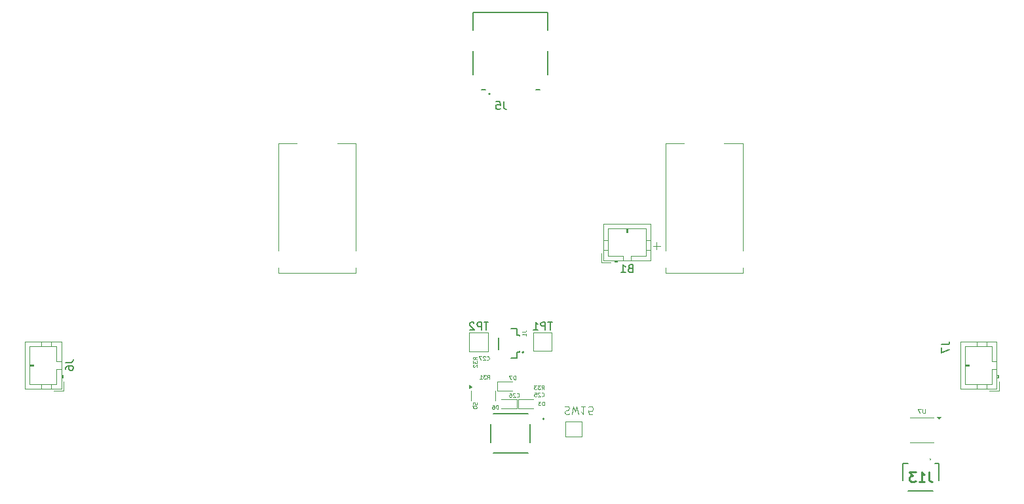
<source format=gbr>
%TF.GenerationSoftware,KiCad,Pcbnew,8.0.2*%
%TF.CreationDate,2024-07-05T17:46:32-07:00*%
%TF.ProjectId,UGC_Main,5547435f-4d61-4696-9e2e-6b696361645f,rev?*%
%TF.SameCoordinates,Original*%
%TF.FileFunction,Legend,Bot*%
%TF.FilePolarity,Positive*%
%FSLAX46Y46*%
G04 Gerber Fmt 4.6, Leading zero omitted, Abs format (unit mm)*
G04 Created by KiCad (PCBNEW 8.0.2) date 2024-07-05 17:46:32*
%MOMM*%
%LPD*%
G01*
G04 APERTURE LIST*
%ADD10C,0.120000*%
%ADD11C,0.150000*%
%ADD12C,0.125000*%
%ADD13C,0.100000*%
%ADD14C,0.254000*%
%ADD15C,0.127000*%
%ADD16C,0.200000*%
G04 APERTURE END LIST*
D10*
X237850033Y-111226193D02*
X236897653Y-111226193D01*
X237373843Y-111702383D02*
X237373843Y-110750002D01*
D11*
X274206619Y-123974266D02*
X274920904Y-123974266D01*
X274920904Y-123974266D02*
X275063761Y-123926647D01*
X275063761Y-123926647D02*
X275159000Y-123831409D01*
X275159000Y-123831409D02*
X275206619Y-123688552D01*
X275206619Y-123688552D02*
X275206619Y-123593314D01*
X274206619Y-124355219D02*
X274206619Y-125021885D01*
X274206619Y-125021885D02*
X275206619Y-124593314D01*
X160977819Y-126301666D02*
X161692104Y-126301666D01*
X161692104Y-126301666D02*
X161834961Y-126254047D01*
X161834961Y-126254047D02*
X161930200Y-126158809D01*
X161930200Y-126158809D02*
X161977819Y-126015952D01*
X161977819Y-126015952D02*
X161977819Y-125920714D01*
X160977819Y-127206428D02*
X160977819Y-127015952D01*
X160977819Y-127015952D02*
X161025438Y-126920714D01*
X161025438Y-126920714D02*
X161073057Y-126873095D01*
X161073057Y-126873095D02*
X161215914Y-126777857D01*
X161215914Y-126777857D02*
X161406390Y-126730238D01*
X161406390Y-126730238D02*
X161787342Y-126730238D01*
X161787342Y-126730238D02*
X161882580Y-126777857D01*
X161882580Y-126777857D02*
X161930200Y-126825476D01*
X161930200Y-126825476D02*
X161977819Y-126920714D01*
X161977819Y-126920714D02*
X161977819Y-127111190D01*
X161977819Y-127111190D02*
X161930200Y-127206428D01*
X161930200Y-127206428D02*
X161882580Y-127254047D01*
X161882580Y-127254047D02*
X161787342Y-127301666D01*
X161787342Y-127301666D02*
X161549247Y-127301666D01*
X161549247Y-127301666D02*
X161454009Y-127254047D01*
X161454009Y-127254047D02*
X161406390Y-127206428D01*
X161406390Y-127206428D02*
X161358771Y-127111190D01*
X161358771Y-127111190D02*
X161358771Y-126920714D01*
X161358771Y-126920714D02*
X161406390Y-126825476D01*
X161406390Y-126825476D02*
X161454009Y-126777857D01*
X161454009Y-126777857D02*
X161549247Y-126730238D01*
D12*
X219264228Y-130719990D02*
X219288037Y-130743800D01*
X219288037Y-130743800D02*
X219359466Y-130767609D01*
X219359466Y-130767609D02*
X219407085Y-130767609D01*
X219407085Y-130767609D02*
X219478513Y-130743800D01*
X219478513Y-130743800D02*
X219526132Y-130696180D01*
X219526132Y-130696180D02*
X219549942Y-130648561D01*
X219549942Y-130648561D02*
X219573751Y-130553323D01*
X219573751Y-130553323D02*
X219573751Y-130481895D01*
X219573751Y-130481895D02*
X219549942Y-130386657D01*
X219549942Y-130386657D02*
X219526132Y-130339038D01*
X219526132Y-130339038D02*
X219478513Y-130291419D01*
X219478513Y-130291419D02*
X219407085Y-130267609D01*
X219407085Y-130267609D02*
X219359466Y-130267609D01*
X219359466Y-130267609D02*
X219288037Y-130291419D01*
X219288037Y-130291419D02*
X219264228Y-130315228D01*
X219073751Y-130315228D02*
X219049942Y-130291419D01*
X219049942Y-130291419D02*
X219002323Y-130267609D01*
X219002323Y-130267609D02*
X218883275Y-130267609D01*
X218883275Y-130267609D02*
X218835656Y-130291419D01*
X218835656Y-130291419D02*
X218811847Y-130315228D01*
X218811847Y-130315228D02*
X218788037Y-130362847D01*
X218788037Y-130362847D02*
X218788037Y-130410466D01*
X218788037Y-130410466D02*
X218811847Y-130481895D01*
X218811847Y-130481895D02*
X219097561Y-130767609D01*
X219097561Y-130767609D02*
X218788037Y-130767609D01*
X218359466Y-130267609D02*
X218454704Y-130267609D01*
X218454704Y-130267609D02*
X218502323Y-130291419D01*
X218502323Y-130291419D02*
X218526133Y-130315228D01*
X218526133Y-130315228D02*
X218573752Y-130386657D01*
X218573752Y-130386657D02*
X218597561Y-130481895D01*
X218597561Y-130481895D02*
X218597561Y-130672371D01*
X218597561Y-130672371D02*
X218573752Y-130719990D01*
X218573752Y-130719990D02*
X218549942Y-130743800D01*
X218549942Y-130743800D02*
X218502323Y-130767609D01*
X218502323Y-130767609D02*
X218407085Y-130767609D01*
X218407085Y-130767609D02*
X218359466Y-130743800D01*
X218359466Y-130743800D02*
X218335657Y-130719990D01*
X218335657Y-130719990D02*
X218311847Y-130672371D01*
X218311847Y-130672371D02*
X218311847Y-130553323D01*
X218311847Y-130553323D02*
X218335657Y-130505704D01*
X218335657Y-130505704D02*
X218359466Y-130481895D01*
X218359466Y-130481895D02*
X218407085Y-130458085D01*
X218407085Y-130458085D02*
X218502323Y-130458085D01*
X218502323Y-130458085D02*
X218549942Y-130481895D01*
X218549942Y-130481895D02*
X218573752Y-130505704D01*
X218573752Y-130505704D02*
X218597561Y-130553323D01*
X222495228Y-129764809D02*
X222661894Y-129526714D01*
X222780942Y-129764809D02*
X222780942Y-129264809D01*
X222780942Y-129264809D02*
X222590466Y-129264809D01*
X222590466Y-129264809D02*
X222542847Y-129288619D01*
X222542847Y-129288619D02*
X222519037Y-129312428D01*
X222519037Y-129312428D02*
X222495228Y-129360047D01*
X222495228Y-129360047D02*
X222495228Y-129431476D01*
X222495228Y-129431476D02*
X222519037Y-129479095D01*
X222519037Y-129479095D02*
X222542847Y-129502904D01*
X222542847Y-129502904D02*
X222590466Y-129526714D01*
X222590466Y-129526714D02*
X222780942Y-129526714D01*
X222328561Y-129264809D02*
X222019037Y-129264809D01*
X222019037Y-129264809D02*
X222185704Y-129455285D01*
X222185704Y-129455285D02*
X222114275Y-129455285D01*
X222114275Y-129455285D02*
X222066656Y-129479095D01*
X222066656Y-129479095D02*
X222042847Y-129502904D01*
X222042847Y-129502904D02*
X222019037Y-129550523D01*
X222019037Y-129550523D02*
X222019037Y-129669571D01*
X222019037Y-129669571D02*
X222042847Y-129717190D01*
X222042847Y-129717190D02*
X222066656Y-129741000D01*
X222066656Y-129741000D02*
X222114275Y-129764809D01*
X222114275Y-129764809D02*
X222257132Y-129764809D01*
X222257132Y-129764809D02*
X222304751Y-129741000D01*
X222304751Y-129741000D02*
X222328561Y-129717190D01*
X221852371Y-129264809D02*
X221542847Y-129264809D01*
X221542847Y-129264809D02*
X221709514Y-129455285D01*
X221709514Y-129455285D02*
X221638085Y-129455285D01*
X221638085Y-129455285D02*
X221590466Y-129479095D01*
X221590466Y-129479095D02*
X221566657Y-129502904D01*
X221566657Y-129502904D02*
X221542847Y-129550523D01*
X221542847Y-129550523D02*
X221542847Y-129669571D01*
X221542847Y-129669571D02*
X221566657Y-129717190D01*
X221566657Y-129717190D02*
X221590466Y-129741000D01*
X221590466Y-129741000D02*
X221638085Y-129764809D01*
X221638085Y-129764809D02*
X221780942Y-129764809D01*
X221780942Y-129764809D02*
X221828561Y-129741000D01*
X221828561Y-129741000D02*
X221852371Y-129717190D01*
X215398428Y-125955690D02*
X215422237Y-125979500D01*
X215422237Y-125979500D02*
X215493666Y-126003309D01*
X215493666Y-126003309D02*
X215541285Y-126003309D01*
X215541285Y-126003309D02*
X215612713Y-125979500D01*
X215612713Y-125979500D02*
X215660332Y-125931880D01*
X215660332Y-125931880D02*
X215684142Y-125884261D01*
X215684142Y-125884261D02*
X215707951Y-125789023D01*
X215707951Y-125789023D02*
X215707951Y-125717595D01*
X215707951Y-125717595D02*
X215684142Y-125622357D01*
X215684142Y-125622357D02*
X215660332Y-125574738D01*
X215660332Y-125574738D02*
X215612713Y-125527119D01*
X215612713Y-125527119D02*
X215541285Y-125503309D01*
X215541285Y-125503309D02*
X215493666Y-125503309D01*
X215493666Y-125503309D02*
X215422237Y-125527119D01*
X215422237Y-125527119D02*
X215398428Y-125550928D01*
X215207951Y-125550928D02*
X215184142Y-125527119D01*
X215184142Y-125527119D02*
X215136523Y-125503309D01*
X215136523Y-125503309D02*
X215017475Y-125503309D01*
X215017475Y-125503309D02*
X214969856Y-125527119D01*
X214969856Y-125527119D02*
X214946047Y-125550928D01*
X214946047Y-125550928D02*
X214922237Y-125598547D01*
X214922237Y-125598547D02*
X214922237Y-125646166D01*
X214922237Y-125646166D02*
X214946047Y-125717595D01*
X214946047Y-125717595D02*
X215231761Y-126003309D01*
X215231761Y-126003309D02*
X214922237Y-126003309D01*
X214755571Y-125503309D02*
X214422238Y-125503309D01*
X214422238Y-125503309D02*
X214636523Y-126003309D01*
D11*
X223867504Y-121078619D02*
X223296076Y-121078619D01*
X223581790Y-122078619D02*
X223581790Y-121078619D01*
X222962742Y-122078619D02*
X222962742Y-121078619D01*
X222962742Y-121078619D02*
X222581790Y-121078619D01*
X222581790Y-121078619D02*
X222486552Y-121126238D01*
X222486552Y-121126238D02*
X222438933Y-121173857D01*
X222438933Y-121173857D02*
X222391314Y-121269095D01*
X222391314Y-121269095D02*
X222391314Y-121411952D01*
X222391314Y-121411952D02*
X222438933Y-121507190D01*
X222438933Y-121507190D02*
X222486552Y-121554809D01*
X222486552Y-121554809D02*
X222581790Y-121602428D01*
X222581790Y-121602428D02*
X222962742Y-121602428D01*
X221438933Y-122078619D02*
X222010361Y-122078619D01*
X221724647Y-122078619D02*
X221724647Y-121078619D01*
X221724647Y-121078619D02*
X221819885Y-121221476D01*
X221819885Y-121221476D02*
X221915123Y-121316714D01*
X221915123Y-121316714D02*
X222010361Y-121364333D01*
D13*
X225480076Y-132035200D02*
X225622933Y-131987580D01*
X225622933Y-131987580D02*
X225861028Y-131987580D01*
X225861028Y-131987580D02*
X225956266Y-132035200D01*
X225956266Y-132035200D02*
X226003885Y-132082819D01*
X226003885Y-132082819D02*
X226051504Y-132178057D01*
X226051504Y-132178057D02*
X226051504Y-132273295D01*
X226051504Y-132273295D02*
X226003885Y-132368533D01*
X226003885Y-132368533D02*
X225956266Y-132416152D01*
X225956266Y-132416152D02*
X225861028Y-132463771D01*
X225861028Y-132463771D02*
X225670552Y-132511390D01*
X225670552Y-132511390D02*
X225575314Y-132559009D01*
X225575314Y-132559009D02*
X225527695Y-132606628D01*
X225527695Y-132606628D02*
X225480076Y-132701866D01*
X225480076Y-132701866D02*
X225480076Y-132797104D01*
X225480076Y-132797104D02*
X225527695Y-132892342D01*
X225527695Y-132892342D02*
X225575314Y-132939961D01*
X225575314Y-132939961D02*
X225670552Y-132987580D01*
X225670552Y-132987580D02*
X225908647Y-132987580D01*
X225908647Y-132987580D02*
X226051504Y-132939961D01*
X226384838Y-132987580D02*
X226622933Y-131987580D01*
X226622933Y-131987580D02*
X226813409Y-132701866D01*
X226813409Y-132701866D02*
X227003885Y-131987580D01*
X227003885Y-131987580D02*
X227241981Y-132987580D01*
X228146742Y-131987580D02*
X227575314Y-131987580D01*
X227861028Y-131987580D02*
X227861028Y-132987580D01*
X227861028Y-132987580D02*
X227765790Y-132844723D01*
X227765790Y-132844723D02*
X227670552Y-132749485D01*
X227670552Y-132749485D02*
X227575314Y-132701866D01*
X229051504Y-132987580D02*
X228575314Y-132987580D01*
X228575314Y-132987580D02*
X228527695Y-132511390D01*
X228527695Y-132511390D02*
X228575314Y-132559009D01*
X228575314Y-132559009D02*
X228670552Y-132606628D01*
X228670552Y-132606628D02*
X228908647Y-132606628D01*
X228908647Y-132606628D02*
X229003885Y-132559009D01*
X229003885Y-132559009D02*
X229051504Y-132511390D01*
X229051504Y-132511390D02*
X229099123Y-132416152D01*
X229099123Y-132416152D02*
X229099123Y-132178057D01*
X229099123Y-132178057D02*
X229051504Y-132082819D01*
X229051504Y-132082819D02*
X229003885Y-132035200D01*
X229003885Y-132035200D02*
X228908647Y-131987580D01*
X228908647Y-131987580D02*
X228670552Y-131987580D01*
X228670552Y-131987580D02*
X228575314Y-132035200D01*
X228575314Y-132035200D02*
X228527695Y-132082819D01*
D12*
X213570171Y-131899019D02*
X213593980Y-131946638D01*
X213593980Y-131946638D02*
X213641600Y-131994257D01*
X213641600Y-131994257D02*
X213713028Y-132065685D01*
X213713028Y-132065685D02*
X213736838Y-132113304D01*
X213736838Y-132113304D02*
X213736838Y-132160923D01*
X213617790Y-132137114D02*
X213641600Y-132184733D01*
X213641600Y-132184733D02*
X213689219Y-132232352D01*
X213689219Y-132232352D02*
X213784457Y-132256161D01*
X213784457Y-132256161D02*
X213951123Y-132256161D01*
X213951123Y-132256161D02*
X214046361Y-132232352D01*
X214046361Y-132232352D02*
X214093980Y-132184733D01*
X214093980Y-132184733D02*
X214117790Y-132137114D01*
X214117790Y-132137114D02*
X214117790Y-132041876D01*
X214117790Y-132041876D02*
X214093980Y-131994257D01*
X214093980Y-131994257D02*
X214046361Y-131946638D01*
X214046361Y-131946638D02*
X213951123Y-131922828D01*
X213951123Y-131922828D02*
X213784457Y-131922828D01*
X213784457Y-131922828D02*
X213689219Y-131946638D01*
X213689219Y-131946638D02*
X213641600Y-131994257D01*
X213641600Y-131994257D02*
X213617790Y-132041876D01*
X213617790Y-132041876D02*
X213617790Y-132137114D01*
X214117790Y-131470447D02*
X214117790Y-131708542D01*
X214117790Y-131708542D02*
X213879695Y-131732351D01*
X213879695Y-131732351D02*
X213903504Y-131708542D01*
X213903504Y-131708542D02*
X213927314Y-131660923D01*
X213927314Y-131660923D02*
X213927314Y-131541875D01*
X213927314Y-131541875D02*
X213903504Y-131494256D01*
X213903504Y-131494256D02*
X213879695Y-131470447D01*
X213879695Y-131470447D02*
X213832076Y-131446637D01*
X213832076Y-131446637D02*
X213713028Y-131446637D01*
X213713028Y-131446637D02*
X213665409Y-131470447D01*
X213665409Y-131470447D02*
X213641600Y-131494256D01*
X213641600Y-131494256D02*
X213617790Y-131541875D01*
X213617790Y-131541875D02*
X213617790Y-131660923D01*
X213617790Y-131660923D02*
X213641600Y-131708542D01*
X213641600Y-131708542D02*
X213665409Y-131732351D01*
X222842447Y-131859809D02*
X222842447Y-131359809D01*
X222842447Y-131359809D02*
X222723399Y-131359809D01*
X222723399Y-131359809D02*
X222651971Y-131383619D01*
X222651971Y-131383619D02*
X222604352Y-131431238D01*
X222604352Y-131431238D02*
X222580542Y-131478857D01*
X222580542Y-131478857D02*
X222556733Y-131574095D01*
X222556733Y-131574095D02*
X222556733Y-131645523D01*
X222556733Y-131645523D02*
X222580542Y-131740761D01*
X222580542Y-131740761D02*
X222604352Y-131788380D01*
X222604352Y-131788380D02*
X222651971Y-131836000D01*
X222651971Y-131836000D02*
X222723399Y-131859809D01*
X222723399Y-131859809D02*
X222842447Y-131859809D01*
X222390066Y-131359809D02*
X222080542Y-131359809D01*
X222080542Y-131359809D02*
X222247209Y-131550285D01*
X222247209Y-131550285D02*
X222175780Y-131550285D01*
X222175780Y-131550285D02*
X222128161Y-131574095D01*
X222128161Y-131574095D02*
X222104352Y-131597904D01*
X222104352Y-131597904D02*
X222080542Y-131645523D01*
X222080542Y-131645523D02*
X222080542Y-131764571D01*
X222080542Y-131764571D02*
X222104352Y-131812190D01*
X222104352Y-131812190D02*
X222128161Y-131836000D01*
X222128161Y-131836000D02*
X222175780Y-131859809D01*
X222175780Y-131859809D02*
X222318637Y-131859809D01*
X222318637Y-131859809D02*
X222366256Y-131836000D01*
X222366256Y-131836000D02*
X222390066Y-131812190D01*
D14*
X272518267Y-140460898D02*
X272518267Y-141368041D01*
X272518267Y-141368041D02*
X272578744Y-141549469D01*
X272578744Y-141549469D02*
X272699696Y-141670422D01*
X272699696Y-141670422D02*
X272881125Y-141730898D01*
X272881125Y-141730898D02*
X273002077Y-141730898D01*
X271248267Y-141730898D02*
X271973982Y-141730898D01*
X271611125Y-141730898D02*
X271611125Y-140460898D01*
X271611125Y-140460898D02*
X271732077Y-140642326D01*
X271732077Y-140642326D02*
X271853029Y-140763279D01*
X271853029Y-140763279D02*
X271973982Y-140823755D01*
X270824934Y-140460898D02*
X270038743Y-140460898D01*
X270038743Y-140460898D02*
X270462077Y-140944707D01*
X270462077Y-140944707D02*
X270280648Y-140944707D01*
X270280648Y-140944707D02*
X270159696Y-141005183D01*
X270159696Y-141005183D02*
X270099220Y-141065660D01*
X270099220Y-141065660D02*
X270038743Y-141186612D01*
X270038743Y-141186612D02*
X270038743Y-141488993D01*
X270038743Y-141488993D02*
X270099220Y-141609945D01*
X270099220Y-141609945D02*
X270159696Y-141670422D01*
X270159696Y-141670422D02*
X270280648Y-141730898D01*
X270280648Y-141730898D02*
X270643505Y-141730898D01*
X270643505Y-141730898D02*
X270764458Y-141670422D01*
X270764458Y-141670422D02*
X270824934Y-141609945D01*
D11*
X215612504Y-121104019D02*
X215041076Y-121104019D01*
X215326790Y-122104019D02*
X215326790Y-121104019D01*
X214707742Y-122104019D02*
X214707742Y-121104019D01*
X214707742Y-121104019D02*
X214326790Y-121104019D01*
X214326790Y-121104019D02*
X214231552Y-121151638D01*
X214231552Y-121151638D02*
X214183933Y-121199257D01*
X214183933Y-121199257D02*
X214136314Y-121294495D01*
X214136314Y-121294495D02*
X214136314Y-121437352D01*
X214136314Y-121437352D02*
X214183933Y-121532590D01*
X214183933Y-121532590D02*
X214231552Y-121580209D01*
X214231552Y-121580209D02*
X214326790Y-121627828D01*
X214326790Y-121627828D02*
X214707742Y-121627828D01*
X213755361Y-121199257D02*
X213707742Y-121151638D01*
X213707742Y-121151638D02*
X213612504Y-121104019D01*
X213612504Y-121104019D02*
X213374409Y-121104019D01*
X213374409Y-121104019D02*
X213279171Y-121151638D01*
X213279171Y-121151638D02*
X213231552Y-121199257D01*
X213231552Y-121199257D02*
X213183933Y-121294495D01*
X213183933Y-121294495D02*
X213183933Y-121389733D01*
X213183933Y-121389733D02*
X213231552Y-121532590D01*
X213231552Y-121532590D02*
X213802980Y-122104019D01*
X213802980Y-122104019D02*
X213183933Y-122104019D01*
D12*
X219113847Y-128494809D02*
X219113847Y-127994809D01*
X219113847Y-127994809D02*
X218994799Y-127994809D01*
X218994799Y-127994809D02*
X218923371Y-128018619D01*
X218923371Y-128018619D02*
X218875752Y-128066238D01*
X218875752Y-128066238D02*
X218851942Y-128113857D01*
X218851942Y-128113857D02*
X218828133Y-128209095D01*
X218828133Y-128209095D02*
X218828133Y-128280523D01*
X218828133Y-128280523D02*
X218851942Y-128375761D01*
X218851942Y-128375761D02*
X218875752Y-128423380D01*
X218875752Y-128423380D02*
X218923371Y-128471000D01*
X218923371Y-128471000D02*
X218994799Y-128494809D01*
X218994799Y-128494809D02*
X219113847Y-128494809D01*
X218661466Y-127994809D02*
X218328133Y-127994809D01*
X218328133Y-127994809D02*
X218542418Y-128494809D01*
X215449228Y-128416309D02*
X215615894Y-128178214D01*
X215734942Y-128416309D02*
X215734942Y-127916309D01*
X215734942Y-127916309D02*
X215544466Y-127916309D01*
X215544466Y-127916309D02*
X215496847Y-127940119D01*
X215496847Y-127940119D02*
X215473037Y-127963928D01*
X215473037Y-127963928D02*
X215449228Y-128011547D01*
X215449228Y-128011547D02*
X215449228Y-128082976D01*
X215449228Y-128082976D02*
X215473037Y-128130595D01*
X215473037Y-128130595D02*
X215496847Y-128154404D01*
X215496847Y-128154404D02*
X215544466Y-128178214D01*
X215544466Y-128178214D02*
X215734942Y-128178214D01*
X215282561Y-127916309D02*
X214973037Y-127916309D01*
X214973037Y-127916309D02*
X215139704Y-128106785D01*
X215139704Y-128106785D02*
X215068275Y-128106785D01*
X215068275Y-128106785D02*
X215020656Y-128130595D01*
X215020656Y-128130595D02*
X214996847Y-128154404D01*
X214996847Y-128154404D02*
X214973037Y-128202023D01*
X214973037Y-128202023D02*
X214973037Y-128321071D01*
X214973037Y-128321071D02*
X214996847Y-128368690D01*
X214996847Y-128368690D02*
X215020656Y-128392500D01*
X215020656Y-128392500D02*
X215068275Y-128416309D01*
X215068275Y-128416309D02*
X215211132Y-128416309D01*
X215211132Y-128416309D02*
X215258751Y-128392500D01*
X215258751Y-128392500D02*
X215282561Y-128368690D01*
X214496847Y-128416309D02*
X214782561Y-128416309D01*
X214639704Y-128416309D02*
X214639704Y-127916309D01*
X214639704Y-127916309D02*
X214687323Y-127987738D01*
X214687323Y-127987738D02*
X214734942Y-128035357D01*
X214734942Y-128035357D02*
X214782561Y-128059166D01*
X219993609Y-122362933D02*
X220350752Y-122362933D01*
X220350752Y-122362933D02*
X220422180Y-122339124D01*
X220422180Y-122339124D02*
X220469800Y-122291505D01*
X220469800Y-122291505D02*
X220493609Y-122220076D01*
X220493609Y-122220076D02*
X220493609Y-122172457D01*
X220493609Y-122862933D02*
X220493609Y-122577219D01*
X220493609Y-122720076D02*
X219993609Y-122720076D01*
X219993609Y-122720076D02*
X220065038Y-122672457D01*
X220065038Y-122672457D02*
X220112657Y-122624838D01*
X220112657Y-122624838D02*
X220136466Y-122577219D01*
X214158809Y-125939671D02*
X213920714Y-125773005D01*
X214158809Y-125653957D02*
X213658809Y-125653957D01*
X213658809Y-125653957D02*
X213658809Y-125844433D01*
X213658809Y-125844433D02*
X213682619Y-125892052D01*
X213682619Y-125892052D02*
X213706428Y-125915862D01*
X213706428Y-125915862D02*
X213754047Y-125939671D01*
X213754047Y-125939671D02*
X213825476Y-125939671D01*
X213825476Y-125939671D02*
X213873095Y-125915862D01*
X213873095Y-125915862D02*
X213896904Y-125892052D01*
X213896904Y-125892052D02*
X213920714Y-125844433D01*
X213920714Y-125844433D02*
X213920714Y-125653957D01*
X213658809Y-126106338D02*
X213658809Y-126415862D01*
X213658809Y-126415862D02*
X213849285Y-126249195D01*
X213849285Y-126249195D02*
X213849285Y-126320624D01*
X213849285Y-126320624D02*
X213873095Y-126368243D01*
X213873095Y-126368243D02*
X213896904Y-126392052D01*
X213896904Y-126392052D02*
X213944523Y-126415862D01*
X213944523Y-126415862D02*
X214063571Y-126415862D01*
X214063571Y-126415862D02*
X214111190Y-126392052D01*
X214111190Y-126392052D02*
X214135000Y-126368243D01*
X214135000Y-126368243D02*
X214158809Y-126320624D01*
X214158809Y-126320624D02*
X214158809Y-126177767D01*
X214158809Y-126177767D02*
X214135000Y-126130148D01*
X214135000Y-126130148D02*
X214111190Y-126106338D01*
X213706428Y-126606338D02*
X213682619Y-126630147D01*
X213682619Y-126630147D02*
X213658809Y-126677766D01*
X213658809Y-126677766D02*
X213658809Y-126796814D01*
X213658809Y-126796814D02*
X213682619Y-126844433D01*
X213682619Y-126844433D02*
X213706428Y-126868242D01*
X213706428Y-126868242D02*
X213754047Y-126892052D01*
X213754047Y-126892052D02*
X213801666Y-126892052D01*
X213801666Y-126892052D02*
X213873095Y-126868242D01*
X213873095Y-126868242D02*
X214158809Y-126582528D01*
X214158809Y-126582528D02*
X214158809Y-126892052D01*
X222495228Y-130656990D02*
X222519037Y-130680800D01*
X222519037Y-130680800D02*
X222590466Y-130704609D01*
X222590466Y-130704609D02*
X222638085Y-130704609D01*
X222638085Y-130704609D02*
X222709513Y-130680800D01*
X222709513Y-130680800D02*
X222757132Y-130633180D01*
X222757132Y-130633180D02*
X222780942Y-130585561D01*
X222780942Y-130585561D02*
X222804751Y-130490323D01*
X222804751Y-130490323D02*
X222804751Y-130418895D01*
X222804751Y-130418895D02*
X222780942Y-130323657D01*
X222780942Y-130323657D02*
X222757132Y-130276038D01*
X222757132Y-130276038D02*
X222709513Y-130228419D01*
X222709513Y-130228419D02*
X222638085Y-130204609D01*
X222638085Y-130204609D02*
X222590466Y-130204609D01*
X222590466Y-130204609D02*
X222519037Y-130228419D01*
X222519037Y-130228419D02*
X222495228Y-130252228D01*
X222304751Y-130252228D02*
X222280942Y-130228419D01*
X222280942Y-130228419D02*
X222233323Y-130204609D01*
X222233323Y-130204609D02*
X222114275Y-130204609D01*
X222114275Y-130204609D02*
X222066656Y-130228419D01*
X222066656Y-130228419D02*
X222042847Y-130252228D01*
X222042847Y-130252228D02*
X222019037Y-130299847D01*
X222019037Y-130299847D02*
X222019037Y-130347466D01*
X222019037Y-130347466D02*
X222042847Y-130418895D01*
X222042847Y-130418895D02*
X222328561Y-130704609D01*
X222328561Y-130704609D02*
X222019037Y-130704609D01*
X221566657Y-130204609D02*
X221804752Y-130204609D01*
X221804752Y-130204609D02*
X221828561Y-130442704D01*
X221828561Y-130442704D02*
X221804752Y-130418895D01*
X221804752Y-130418895D02*
X221757133Y-130395085D01*
X221757133Y-130395085D02*
X221638085Y-130395085D01*
X221638085Y-130395085D02*
X221590466Y-130418895D01*
X221590466Y-130418895D02*
X221566657Y-130442704D01*
X221566657Y-130442704D02*
X221542847Y-130490323D01*
X221542847Y-130490323D02*
X221542847Y-130609371D01*
X221542847Y-130609371D02*
X221566657Y-130656990D01*
X221566657Y-130656990D02*
X221590466Y-130680800D01*
X221590466Y-130680800D02*
X221638085Y-130704609D01*
X221638085Y-130704609D02*
X221757133Y-130704609D01*
X221757133Y-130704609D02*
X221804752Y-130680800D01*
X221804752Y-130680800D02*
X221828561Y-130656990D01*
D11*
X233952357Y-114116480D02*
X233809500Y-114164099D01*
X233809500Y-114164099D02*
X233761881Y-114211718D01*
X233761881Y-114211718D02*
X233714262Y-114306956D01*
X233714262Y-114306956D02*
X233714262Y-114449813D01*
X233714262Y-114449813D02*
X233761881Y-114545051D01*
X233761881Y-114545051D02*
X233809500Y-114592671D01*
X233809500Y-114592671D02*
X233904738Y-114640290D01*
X233904738Y-114640290D02*
X234285690Y-114640290D01*
X234285690Y-114640290D02*
X234285690Y-113640290D01*
X234285690Y-113640290D02*
X233952357Y-113640290D01*
X233952357Y-113640290D02*
X233857119Y-113687909D01*
X233857119Y-113687909D02*
X233809500Y-113735528D01*
X233809500Y-113735528D02*
X233761881Y-113830766D01*
X233761881Y-113830766D02*
X233761881Y-113926004D01*
X233761881Y-113926004D02*
X233809500Y-114021242D01*
X233809500Y-114021242D02*
X233857119Y-114068861D01*
X233857119Y-114068861D02*
X233952357Y-114116480D01*
X233952357Y-114116480D02*
X234285690Y-114116480D01*
X232761881Y-114640290D02*
X233333309Y-114640290D01*
X233047595Y-114640290D02*
X233047595Y-113640290D01*
X233047595Y-113640290D02*
X233142833Y-113783147D01*
X233142833Y-113783147D02*
X233238071Y-113878385D01*
X233238071Y-113878385D02*
X233333309Y-113926004D01*
D12*
X216878647Y-132304809D02*
X216878647Y-131804809D01*
X216878647Y-131804809D02*
X216759599Y-131804809D01*
X216759599Y-131804809D02*
X216688171Y-131828619D01*
X216688171Y-131828619D02*
X216640552Y-131876238D01*
X216640552Y-131876238D02*
X216616742Y-131923857D01*
X216616742Y-131923857D02*
X216592933Y-132019095D01*
X216592933Y-132019095D02*
X216592933Y-132090523D01*
X216592933Y-132090523D02*
X216616742Y-132185761D01*
X216616742Y-132185761D02*
X216640552Y-132233380D01*
X216640552Y-132233380D02*
X216688171Y-132281000D01*
X216688171Y-132281000D02*
X216759599Y-132304809D01*
X216759599Y-132304809D02*
X216878647Y-132304809D01*
X216164361Y-131804809D02*
X216259599Y-131804809D01*
X216259599Y-131804809D02*
X216307218Y-131828619D01*
X216307218Y-131828619D02*
X216331028Y-131852428D01*
X216331028Y-131852428D02*
X216378647Y-131923857D01*
X216378647Y-131923857D02*
X216402456Y-132019095D01*
X216402456Y-132019095D02*
X216402456Y-132209571D01*
X216402456Y-132209571D02*
X216378647Y-132257190D01*
X216378647Y-132257190D02*
X216354837Y-132281000D01*
X216354837Y-132281000D02*
X216307218Y-132304809D01*
X216307218Y-132304809D02*
X216211980Y-132304809D01*
X216211980Y-132304809D02*
X216164361Y-132281000D01*
X216164361Y-132281000D02*
X216140552Y-132257190D01*
X216140552Y-132257190D02*
X216116742Y-132209571D01*
X216116742Y-132209571D02*
X216116742Y-132090523D01*
X216116742Y-132090523D02*
X216140552Y-132042904D01*
X216140552Y-132042904D02*
X216164361Y-132019095D01*
X216164361Y-132019095D02*
X216211980Y-131995285D01*
X216211980Y-131995285D02*
X216307218Y-131995285D01*
X216307218Y-131995285D02*
X216354837Y-132019095D01*
X216354837Y-132019095D02*
X216378647Y-132042904D01*
X216378647Y-132042904D02*
X216402456Y-132090523D01*
D11*
X217590563Y-92552798D02*
X217590563Y-93268467D01*
X217590563Y-93268467D02*
X217638275Y-93411601D01*
X217638275Y-93411601D02*
X217733697Y-93507024D01*
X217733697Y-93507024D02*
X217876831Y-93554735D01*
X217876831Y-93554735D02*
X217972254Y-93554735D01*
X216636337Y-92552798D02*
X217113450Y-92552798D01*
X217113450Y-92552798D02*
X217161161Y-93029911D01*
X217161161Y-93029911D02*
X217113450Y-92982199D01*
X217113450Y-92982199D02*
X217018028Y-92934488D01*
X217018028Y-92934488D02*
X216779471Y-92934488D01*
X216779471Y-92934488D02*
X216684049Y-92982199D01*
X216684049Y-92982199D02*
X216636337Y-93029911D01*
X216636337Y-93029911D02*
X216588626Y-93125333D01*
X216588626Y-93125333D02*
X216588626Y-93363890D01*
X216588626Y-93363890D02*
X216636337Y-93459312D01*
X216636337Y-93459312D02*
X216684049Y-93507024D01*
X216684049Y-93507024D02*
X216779471Y-93554735D01*
X216779471Y-93554735D02*
X217018028Y-93554735D01*
X217018028Y-93554735D02*
X217113450Y-93507024D01*
X217113450Y-93507024D02*
X217161161Y-93459312D01*
D10*
X272046647Y-132325400D02*
X272046647Y-132770638D01*
X272046647Y-132770638D02*
X272020457Y-132823019D01*
X272020457Y-132823019D02*
X271994266Y-132849210D01*
X271994266Y-132849210D02*
X271941885Y-132875400D01*
X271941885Y-132875400D02*
X271837123Y-132875400D01*
X271837123Y-132875400D02*
X271784742Y-132849210D01*
X271784742Y-132849210D02*
X271758552Y-132823019D01*
X271758552Y-132823019D02*
X271732361Y-132770638D01*
X271732361Y-132770638D02*
X271732361Y-132325400D01*
X271522838Y-132325400D02*
X271156171Y-132325400D01*
X271156171Y-132325400D02*
X271391886Y-132875400D01*
%TO.C,J7*%
X281311600Y-123575000D02*
X276591600Y-123575000D01*
X278701600Y-124185000D02*
X278701600Y-123575000D01*
X280001600Y-124185000D02*
X280001600Y-123575000D01*
X281311600Y-129695000D02*
X281311600Y-123575000D01*
X280701600Y-124185000D02*
X277201600Y-124185000D01*
X280701600Y-126135000D02*
X280701600Y-124185000D01*
X281311600Y-126135000D02*
X280701600Y-126135000D01*
X277201600Y-126535000D02*
X277701600Y-126535000D01*
X277701600Y-126635000D02*
X277201600Y-126635000D01*
X277701600Y-126735000D02*
X277201600Y-126735000D01*
X277701600Y-126535000D02*
X277701600Y-126735000D01*
X280701600Y-129085000D02*
X280701600Y-127135000D01*
X280701600Y-127135000D02*
X281311600Y-127135000D01*
X281511600Y-127935000D02*
X281311600Y-127935000D01*
X281411600Y-128235000D02*
X281411600Y-127935000D01*
X281511600Y-128235000D02*
X281511600Y-127935000D01*
X281311600Y-128235000D02*
X281511600Y-128235000D01*
X281611600Y-129995000D02*
X281611600Y-128745000D01*
X277201600Y-124185000D02*
X277201600Y-129085000D01*
X277201600Y-129085000D02*
X280701600Y-129085000D01*
X276591600Y-123575000D02*
X276591600Y-129695000D01*
X278701600Y-129085000D02*
X278701600Y-129695000D01*
X280001600Y-129085000D02*
X280001600Y-129695000D01*
X276591600Y-129695000D02*
X281311600Y-129695000D01*
X280361600Y-129995000D02*
X281611600Y-129995000D01*
%TO.C,J6*%
X159483000Y-129995000D02*
X160733000Y-129995000D01*
X155713000Y-129695000D02*
X160433000Y-129695000D01*
X159123000Y-129085000D02*
X159123000Y-129695000D01*
X157823000Y-129085000D02*
X157823000Y-129695000D01*
X155713000Y-123575000D02*
X155713000Y-129695000D01*
X156323000Y-129085000D02*
X159823000Y-129085000D01*
X156323000Y-124185000D02*
X156323000Y-129085000D01*
X160733000Y-129995000D02*
X160733000Y-128745000D01*
X160433000Y-128235000D02*
X160633000Y-128235000D01*
X160633000Y-128235000D02*
X160633000Y-127935000D01*
X160533000Y-128235000D02*
X160533000Y-127935000D01*
X160633000Y-127935000D02*
X160433000Y-127935000D01*
X159823000Y-127135000D02*
X160433000Y-127135000D01*
X159823000Y-129085000D02*
X159823000Y-127135000D01*
X156823000Y-126535000D02*
X156823000Y-126735000D01*
X156823000Y-126735000D02*
X156323000Y-126735000D01*
X156823000Y-126635000D02*
X156323000Y-126635000D01*
X156323000Y-126535000D02*
X156823000Y-126535000D01*
X160433000Y-126135000D02*
X159823000Y-126135000D01*
X159823000Y-126135000D02*
X159823000Y-124185000D01*
X159823000Y-124185000D02*
X156323000Y-124185000D01*
X160433000Y-129695000D02*
X160433000Y-123575000D01*
X159123000Y-124185000D02*
X159123000Y-123575000D01*
X157823000Y-124185000D02*
X157823000Y-123575000D01*
X160433000Y-123575000D02*
X155713000Y-123575000D01*
D15*
%TO.C,SW14*%
X215933657Y-134304400D02*
X215933657Y-136664400D01*
X220733657Y-132934400D02*
X216233657Y-132934400D01*
X220733657Y-138034400D02*
X216233657Y-138034400D01*
X221033657Y-136664400D02*
X221033657Y-134304400D01*
D16*
X222833657Y-133609400D02*
G75*
G02*
X222633657Y-133609400I-100000J0D01*
G01*
X222633657Y-133609400D02*
G75*
G02*
X222833657Y-133609400I100000J0D01*
G01*
D10*
%TO.C,TP1*%
X221405600Y-122421800D02*
X223805600Y-122421800D01*
X221405600Y-124821800D02*
X221405600Y-122421800D01*
X223805600Y-122421800D02*
X223805600Y-124821800D01*
X223805600Y-124821800D02*
X221405600Y-124821800D01*
%TO.C,SW15*%
D13*
X227676000Y-133971400D02*
X225574400Y-133971400D01*
X225574400Y-135869800D01*
X227676000Y-135869800D01*
X227676000Y-133971400D01*
D10*
%TO.C,Q5*%
X213390000Y-129929100D02*
X213390000Y-130579100D01*
X213390000Y-131229100D02*
X213390000Y-130579100D01*
X216510000Y-129929100D02*
X216510000Y-130579100D01*
X216510000Y-131229100D02*
X216510000Y-130579100D01*
X213440000Y-129416600D02*
X213110000Y-129656600D01*
X213110000Y-129176600D01*
X213440000Y-129416600D01*
G36*
X213440000Y-129416600D02*
G01*
X213110000Y-129656600D01*
X213110000Y-129176600D01*
X213440000Y-129416600D01*
G37*
%TO.C,D3*%
X219435400Y-131035000D02*
X219435400Y-132235000D01*
X219435400Y-131035000D02*
X221395400Y-131035000D01*
X219435400Y-132235000D02*
X221395400Y-132235000D01*
D16*
%TO.C,J13*%
X269140173Y-139356580D02*
X269890173Y-139356580D01*
X269140173Y-141556580D02*
X269140173Y-139356580D01*
X269890173Y-142956580D02*
X273090173Y-142956580D01*
D13*
X272690173Y-138756580D02*
X272690173Y-138756580D01*
X272690173Y-138856580D02*
X272690173Y-138856580D01*
D16*
X273840173Y-139356580D02*
X273290173Y-139356580D01*
X273840173Y-141556580D02*
X273840173Y-139356580D01*
D13*
X272690173Y-138756580D02*
G75*
G02*
X272690173Y-138856580I0J-50000D01*
G01*
X272690173Y-138856580D02*
G75*
G02*
X272690173Y-138756580I0J50000D01*
G01*
%TO.C,RV2*%
X238483657Y-97934400D02*
X240893657Y-97934400D01*
X238483657Y-111874400D02*
X238483657Y-97934400D01*
X238483657Y-114054400D02*
X238483657Y-114684400D01*
X238483657Y-114684400D02*
X248483657Y-114684400D01*
X246073657Y-97934400D02*
X248483657Y-97934400D01*
X248483657Y-111874400D02*
X248483657Y-97934400D01*
X248483657Y-114059400D02*
X248483657Y-114684400D01*
D10*
%TO.C,TP2*%
X213150600Y-122447200D02*
X215550600Y-122447200D01*
X213150600Y-124847200D02*
X213150600Y-122447200D01*
X215550600Y-122447200D02*
X215550600Y-124847200D01*
X215550600Y-124847200D02*
X213150600Y-124847200D01*
%TO.C,D7*%
X216763400Y-128734500D02*
X216763400Y-129934500D01*
X216763400Y-128734500D02*
X218723400Y-128734500D01*
X216763400Y-129934500D02*
X218723400Y-129934500D01*
D15*
%TO.C,J1*%
X216912600Y-123064400D02*
X216912600Y-124636400D01*
X218575600Y-121950400D02*
X219312600Y-121950400D01*
X218575600Y-125750400D02*
X219312600Y-125750400D01*
X219312600Y-121950400D02*
X219312600Y-122750400D01*
X219312600Y-122750400D02*
X219612600Y-122750400D01*
X219312600Y-124950400D02*
X219312600Y-125750400D01*
X219612600Y-122887400D02*
X219612600Y-122750400D01*
X219612600Y-124813400D02*
X219612600Y-124950400D01*
X219612600Y-124950400D02*
X219312600Y-124950400D01*
D16*
X220187600Y-124975400D02*
G75*
G02*
X219987600Y-124975400I-100000J0D01*
G01*
X219987600Y-124975400D02*
G75*
G02*
X220187600Y-124975400I100000J0D01*
G01*
D10*
%TO.C,B1*%
X230187596Y-112145471D02*
X230187596Y-113395471D01*
X230187596Y-113395471D02*
X231437596Y-113395471D01*
X230487596Y-108375471D02*
X230487596Y-113095471D01*
X230487596Y-113095471D02*
X236607596Y-113095471D01*
X231097596Y-108985471D02*
X231097596Y-112485471D01*
X231097596Y-110485471D02*
X230487596Y-110485471D01*
X231097596Y-111785471D02*
X230487596Y-111785471D01*
X231097596Y-112485471D02*
X233047596Y-112485471D01*
X231947596Y-113095471D02*
X231947596Y-113295471D01*
X231947596Y-113195471D02*
X232247596Y-113195471D01*
X231947596Y-113295471D02*
X232247596Y-113295471D01*
X232247596Y-113295471D02*
X232247596Y-113095471D01*
X233047596Y-112485471D02*
X233047596Y-113095471D01*
X233447596Y-109485471D02*
X233447596Y-108985471D01*
X233547596Y-109485471D02*
X233547596Y-108985471D01*
X233647596Y-108985471D02*
X233647596Y-109485471D01*
X233647596Y-109485471D02*
X233447596Y-109485471D01*
X234047596Y-112485471D02*
X235997596Y-112485471D01*
X234047596Y-113095471D02*
X234047596Y-112485471D01*
X235997596Y-108985471D02*
X231097596Y-108985471D01*
X235997596Y-110485471D02*
X236607596Y-110485471D01*
X235997596Y-111785471D02*
X236607596Y-111785471D01*
X235997596Y-112485471D02*
X235997596Y-108985471D01*
X236607596Y-108375471D02*
X230487596Y-108375471D01*
X236607596Y-113095471D02*
X236607596Y-108375471D01*
%TO.C,D6*%
X219273200Y-131048200D02*
X217313200Y-131048200D01*
X219273200Y-132248200D02*
X217313200Y-132248200D01*
X219273200Y-132248200D02*
X219273200Y-131048200D01*
D15*
%TO.C,J5*%
X213658635Y-81054400D02*
X223308635Y-81054400D01*
X213658635Y-83304400D02*
X213658635Y-81054400D01*
X213658635Y-89054400D02*
X213658635Y-86054400D01*
X215233635Y-91054400D02*
X214733635Y-91054400D01*
X222233635Y-91054400D02*
X221733635Y-91054400D01*
X223308635Y-81054400D02*
X223308635Y-83304400D01*
X223308635Y-86054400D02*
X223308635Y-89054400D01*
D16*
X215833635Y-91554400D02*
G75*
G02*
X215633635Y-91554400I-100000J0D01*
G01*
X215633635Y-91554400D02*
G75*
G02*
X215833635Y-91554400I100000J0D01*
G01*
D10*
%TO.C,U7*%
X270127600Y-133467200D02*
X271627600Y-133467200D01*
X270127600Y-136687200D02*
X271627600Y-136687200D01*
X273127600Y-133467200D02*
X271627600Y-133467200D01*
X273127600Y-136687200D02*
X271627600Y-136687200D01*
X273840100Y-133642200D02*
X273600100Y-133312200D01*
X274080100Y-133312200D01*
X273840100Y-133642200D01*
G36*
X273840100Y-133642200D02*
G01*
X273600100Y-133312200D01*
X274080100Y-133312200D01*
X273840100Y-133642200D01*
G37*
D13*
%TO.C,RV1*%
X188483657Y-97934400D02*
X190893657Y-97934400D01*
X188483657Y-111874400D02*
X188483657Y-97934400D01*
X188483657Y-114054400D02*
X188483657Y-114684400D01*
X188483657Y-114684400D02*
X198483657Y-114684400D01*
X196073657Y-97934400D02*
X198483657Y-97934400D01*
X198483657Y-111874400D02*
X198483657Y-97934400D01*
X198483657Y-114059400D02*
X198483657Y-114684400D01*
%TD*%
M02*

</source>
